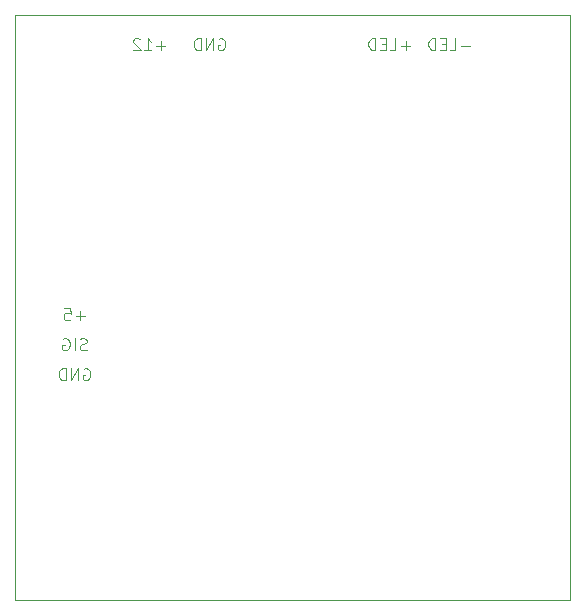
<source format=gbo>
G04 #@! TF.FileFunction,Legend,Bot*
%FSLAX46Y46*%
G04 Gerber Fmt 4.6, Leading zero omitted, Abs format (unit mm)*
G04 Created by KiCad (PCBNEW 4.0.6) date 06/04/17 20:23:42*
%MOMM*%
%LPD*%
G01*
G04 APERTURE LIST*
%ADD10C,0.150000*%
%ADD11C,0.100000*%
G04 APERTURE END LIST*
D10*
D11*
X19811904Y-54110000D02*
X19907142Y-54062381D01*
X20049999Y-54062381D01*
X20192857Y-54110000D01*
X20288095Y-54205238D01*
X20335714Y-54300476D01*
X20383333Y-54490952D01*
X20383333Y-54633810D01*
X20335714Y-54824286D01*
X20288095Y-54919524D01*
X20192857Y-55014762D01*
X20049999Y-55062381D01*
X19954761Y-55062381D01*
X19811904Y-55014762D01*
X19764285Y-54967143D01*
X19764285Y-54633810D01*
X19954761Y-54633810D01*
X19335714Y-55062381D02*
X19335714Y-54062381D01*
X18764285Y-55062381D01*
X18764285Y-54062381D01*
X18288095Y-55062381D02*
X18288095Y-54062381D01*
X18050000Y-54062381D01*
X17907142Y-54110000D01*
X17811904Y-54205238D01*
X17764285Y-54300476D01*
X17716666Y-54490952D01*
X17716666Y-54633810D01*
X17764285Y-54824286D01*
X17811904Y-54919524D01*
X17907142Y-55014762D01*
X18050000Y-55062381D01*
X18288095Y-55062381D01*
X20073809Y-52474762D02*
X19930952Y-52522381D01*
X19692856Y-52522381D01*
X19597618Y-52474762D01*
X19549999Y-52427143D01*
X19502380Y-52331905D01*
X19502380Y-52236667D01*
X19549999Y-52141429D01*
X19597618Y-52093810D01*
X19692856Y-52046190D01*
X19883333Y-51998571D01*
X19978571Y-51950952D01*
X20026190Y-51903333D01*
X20073809Y-51808095D01*
X20073809Y-51712857D01*
X20026190Y-51617619D01*
X19978571Y-51570000D01*
X19883333Y-51522381D01*
X19645237Y-51522381D01*
X19502380Y-51570000D01*
X19073809Y-52522381D02*
X19073809Y-51522381D01*
X18073809Y-51570000D02*
X18169047Y-51522381D01*
X18311904Y-51522381D01*
X18454762Y-51570000D01*
X18550000Y-51665238D01*
X18597619Y-51760476D01*
X18645238Y-51950952D01*
X18645238Y-52093810D01*
X18597619Y-52284286D01*
X18550000Y-52379524D01*
X18454762Y-52474762D01*
X18311904Y-52522381D01*
X18216666Y-52522381D01*
X18073809Y-52474762D01*
X18026190Y-52427143D01*
X18026190Y-52093810D01*
X18216666Y-52093810D01*
X19907143Y-49601429D02*
X19145238Y-49601429D01*
X19526190Y-49982381D02*
X19526190Y-49220476D01*
X18192857Y-48982381D02*
X18669048Y-48982381D01*
X18716667Y-49458571D01*
X18669048Y-49410952D01*
X18573810Y-49363333D01*
X18335714Y-49363333D01*
X18240476Y-49410952D01*
X18192857Y-49458571D01*
X18145238Y-49553810D01*
X18145238Y-49791905D01*
X18192857Y-49887143D01*
X18240476Y-49934762D01*
X18335714Y-49982381D01*
X18573810Y-49982381D01*
X18669048Y-49934762D01*
X18716667Y-49887143D01*
X52538095Y-26741429D02*
X51776190Y-26741429D01*
X50823809Y-27122381D02*
X51300000Y-27122381D01*
X51300000Y-26122381D01*
X50490476Y-26598571D02*
X50157142Y-26598571D01*
X50014285Y-27122381D02*
X50490476Y-27122381D01*
X50490476Y-26122381D01*
X50014285Y-26122381D01*
X49585714Y-27122381D02*
X49585714Y-26122381D01*
X49347619Y-26122381D01*
X49204761Y-26170000D01*
X49109523Y-26265238D01*
X49061904Y-26360476D01*
X49014285Y-26550952D01*
X49014285Y-26693810D01*
X49061904Y-26884286D01*
X49109523Y-26979524D01*
X49204761Y-27074762D01*
X49347619Y-27122381D01*
X49585714Y-27122381D01*
X47458095Y-26741429D02*
X46696190Y-26741429D01*
X47077142Y-27122381D02*
X47077142Y-26360476D01*
X45743809Y-27122381D02*
X46220000Y-27122381D01*
X46220000Y-26122381D01*
X45410476Y-26598571D02*
X45077142Y-26598571D01*
X44934285Y-27122381D02*
X45410476Y-27122381D01*
X45410476Y-26122381D01*
X44934285Y-26122381D01*
X44505714Y-27122381D02*
X44505714Y-26122381D01*
X44267619Y-26122381D01*
X44124761Y-26170000D01*
X44029523Y-26265238D01*
X43981904Y-26360476D01*
X43934285Y-26550952D01*
X43934285Y-26693810D01*
X43981904Y-26884286D01*
X44029523Y-26979524D01*
X44124761Y-27074762D01*
X44267619Y-27122381D01*
X44505714Y-27122381D01*
X31241904Y-26170000D02*
X31337142Y-26122381D01*
X31479999Y-26122381D01*
X31622857Y-26170000D01*
X31718095Y-26265238D01*
X31765714Y-26360476D01*
X31813333Y-26550952D01*
X31813333Y-26693810D01*
X31765714Y-26884286D01*
X31718095Y-26979524D01*
X31622857Y-27074762D01*
X31479999Y-27122381D01*
X31384761Y-27122381D01*
X31241904Y-27074762D01*
X31194285Y-27027143D01*
X31194285Y-26693810D01*
X31384761Y-26693810D01*
X30765714Y-27122381D02*
X30765714Y-26122381D01*
X30194285Y-27122381D01*
X30194285Y-26122381D01*
X29718095Y-27122381D02*
X29718095Y-26122381D01*
X29480000Y-26122381D01*
X29337142Y-26170000D01*
X29241904Y-26265238D01*
X29194285Y-26360476D01*
X29146666Y-26550952D01*
X29146666Y-26693810D01*
X29194285Y-26884286D01*
X29241904Y-26979524D01*
X29337142Y-27074762D01*
X29480000Y-27122381D01*
X29718095Y-27122381D01*
X26733333Y-26741429D02*
X25971428Y-26741429D01*
X26352380Y-27122381D02*
X26352380Y-26360476D01*
X24971428Y-27122381D02*
X25542857Y-27122381D01*
X25257143Y-27122381D02*
X25257143Y-26122381D01*
X25352381Y-26265238D01*
X25447619Y-26360476D01*
X25542857Y-26408095D01*
X24590476Y-26217619D02*
X24542857Y-26170000D01*
X24447619Y-26122381D01*
X24209523Y-26122381D01*
X24114285Y-26170000D01*
X24066666Y-26217619D01*
X24019047Y-26312857D01*
X24019047Y-26408095D01*
X24066666Y-26550952D01*
X24638095Y-27122381D01*
X24019047Y-27122381D01*
X60960000Y-24130000D02*
X60960000Y-73660000D01*
X13970000Y-24130000D02*
X13970000Y-73660000D01*
X60960000Y-73660000D02*
X13970000Y-73660000D01*
X13970000Y-24130000D02*
X60960000Y-24130000D01*
M02*

</source>
